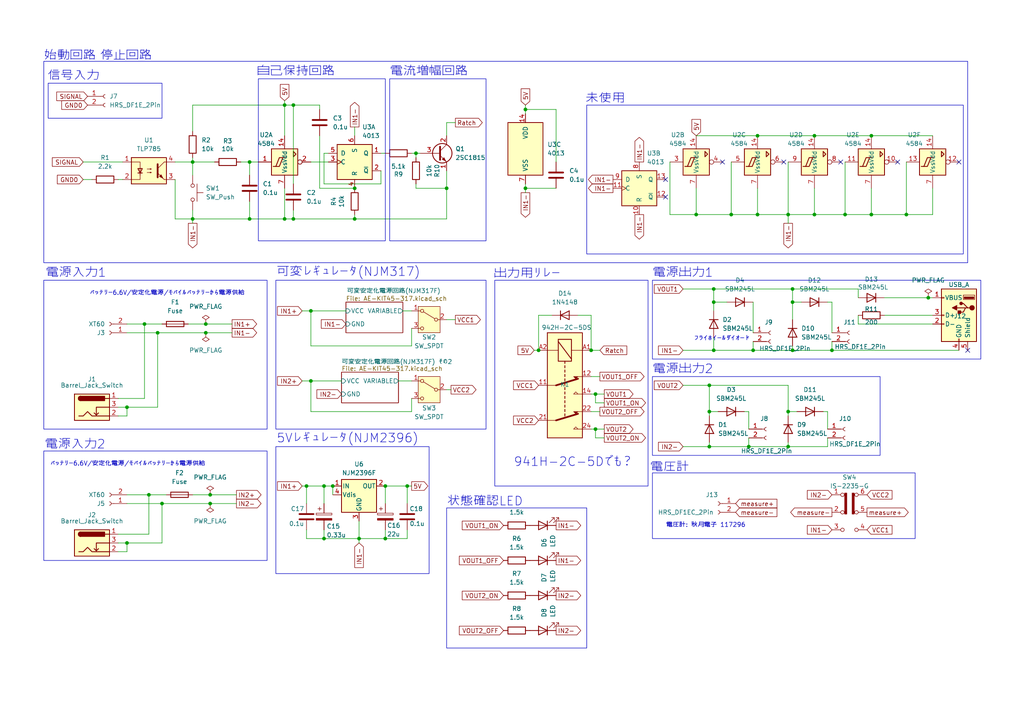
<source format=kicad_sch>
(kicad_sch (version 20231120) (generator "eeschema") (generator_version "8.0")
  (paper "A4")
  (title_block (title "6.6V電源回路") (date "2024-06-29") (comment 1 "LTspice: 電源回路案_5V_1"))
  (lib_symbols
    (symbol "4xxx:4013" (pin_names (offset 1.016))
      (property "Reference" "U" (at -7.62 8.89 0))
      (property "Value" "4013" (at -7.62 -8.89 0))
      (symbol "4013_1_1"
        (pin output line (at 7.62 2.54 180) (length 2.54) (name "Q") (number "1"))
        (pin output line (at 7.62 -2.54 180) (length 2.54) (name "~{Q}") (number "2"))
        (pin input clock (at -7.62 0 0) (length 2.54) (name "C") (number "3"))
        (pin input line (at 0 -7.62 90) (length 2.54) (name "R") (number "4"))
        (pin input line (at -7.62 2.54 0) (length 2.54) (name "D") (number "5"))
        (pin input line (at 0 7.62 270) (length 2.54) (name "S") (number "6"))
      )
      (symbol "4013_2_1"
        (pin input line (at 0 -7.62 90) (length 2.54) (name "R") (number "10"))
        (pin input clock (at -7.62 0 0) (length 2.54) (name "C") (number "11"))
        (pin output line (at 7.62 -2.54 180) (length 2.54) (name "~{Q}") (number "12"))
        (pin output line (at 7.62 2.54 180) (length 2.54) (name "Q") (number "13"))
        (pin input line (at 0 7.62 270) (length 2.54) (name "S") (number "8"))
        (pin input line (at -7.62 2.54 0) (length 2.54) (name "D") (number "9"))
      )
      (symbol "4013_3_0"
        (pin power_in line (at 0 10.16 270) (length 2.54) (name "VDD") (number "14"))
        (pin power_in line (at 0 -10.16 90) (length 2.54) (name "VSS") (number "7"))
      )
    )
    (symbol "4xxx_IEEE:4584"
      (property "Reference" "U" (at 5.08 5.08 0))
      (property "Value" "4584" (at 1.27 -5.08 0))
      (symbol "4584_0_1"
        (pin power_in line (at 0 7.62 270) (length 3.81) (name "Vdd") (number "14"))
        (pin power_in line (at 0 -7.62 90) (length 3.81) (name "Vss") (number "7"))
      )
      (symbol "4584_1_1"
        (pin input line (at -7.62 0 0) (length 3.81) (name "~") (number "1"))
        (pin output inverted (at 7.62 0 180) (length 3.81) (name "~") (number "2"))
      )
      (symbol "4584_2_1"
        (pin input line (at -7.62 0 0) (length 3.81) (name "~") (number "3"))
        (pin output inverted (at 7.62 0 180) (length 3.81) (name "~") (number "4"))
      )
      (symbol "4584_3_1"
        (pin input line (at -7.62 0 0) (length 3.81) (name "~") (number "5"))
        (pin output inverted (at 7.62 0 180) (length 3.81) (name "~") (number "6"))
      )
      (symbol "4584_4_1"
        (pin output inverted (at 7.62 0 180) (length 3.81) (name "~") (number "8"))
        (pin input line (at -7.62 0 0) (length 3.81) (name "~") (number "9"))
      )
      (symbol "4584_5_1"
        (pin output inverted (at 7.62 0 180) (length 3.81) (name "~") (number "10"))
        (pin input line (at -7.62 0 0) (length 3.81) (name "~") (number "11"))
      )
      (symbol "4584_6_1"
        (pin output inverted (at 7.62 0 180) (length 3.81) (name "~") (number "12"))
        (pin input line (at -7.62 0 0) (length 3.81) (name "~") (number "13"))
      )
    )
    (symbol "Connector:Barrel_Jack_Switch" (pin_names hide)
      (property "Reference" "J" (at 0 5.334 0))
      (property "Value" "Barrel_Jack_Switch" (at 0 -5.08 0))
      (symbol "Barrel_Jack_Switch_1_1"
        (pin passive line (at 7.62 2.54 180) (length 2.54) (name "~") (number "1"))
        (pin passive line (at 7.62 -2.54 180) (length 2.54) (name "~") (number "2"))
        (pin passive line (at 7.62 0 180) (length 2.54) (name "~") (number "3"))
      )
    )
    (symbol "Connector:Conn_01x02_Socket" (pin_names (offset 1.016) hide)
      (property "Reference" "J" (at 0 2.54 0))
      (property "Value" "Conn_01x02_Socket" (at 0 -5.08 0))
      (symbol "Conn_01x02_Socket_1_1"
        (pin passive line (at -5.08 0 0) (length 3.81) (name "Pin_1") (number "1"))
        (pin passive line (at -5.08 -2.54 0) (length 3.81) (name "Pin_2") (number "2"))
      )
    )
    (symbol "Connector:USB_A" (pin_names (offset 1.016))
      (property "Reference" "J" (at -5.08 11.43 0))
      (property "Value" "USB_A" (at -5.08 8.89 0))
      (symbol "USB_A_1_1"
        (pin power_in line (at 7.62 5.08 180) (length 2.54) (name "VBUS") (number "1"))
        (pin bidirectional line (at 7.62 -2.54 180) (length 2.54) (name "D-") (number "2"))
        (pin bidirectional line (at 7.62 0 180) (length 2.54) (name "D+") (number "3"))
        (pin power_in line (at 0 -10.16 90) (length 2.54) (name "GND") (number "4"))
        (pin passive line (at -2.54 -10.16 90) (length 2.54) (name "Shield") (number "5"))
      )
    )
    (symbol "Device:C" (pin_numbers hide) (pin_names (offset 0.254))
      (property "Reference" "C" (at 0.635 2.54 0))
      (property "Value" "C" (at 0.635 -2.54 0))
      (symbol "C_1_1"
        (pin passive line (at 0 3.81 270) (length 2.794) (name "~") (number "1"))
        (pin passive line (at 0 -3.81 90) (length 2.794) (name "~") (number "2"))
      )
    )
    (symbol "Device:C_Polarized" (pin_numbers hide) (pin_names (offset 0.254))
      (property "Reference" "C" (at 0.635 2.54 0))
      (property "Value" "C_Polarized" (at 0.635 -2.54 0))
      (symbol "C_Polarized_1_1"
        (pin passive line (at 0 3.81 270) (length 2.794) (name "~") (number "1"))
        (pin passive line (at 0 -3.81 90) (length 2.794) (name "~") (number "2"))
      )
    )
    (symbol "Device:D" (pin_numbers hide) (pin_names (offset 1.016) hide)
      (property "Reference" "D" (at 0 2.54 0))
      (property "Value" "D" (at 0 -2.54 0))
      (symbol "D_1_1"
        (pin passive line (at -3.81 0 0) (length 2.54) (name "K") (number "1"))
        (pin passive line (at 3.81 0 180) (length 2.54) (name "A") (number "2"))
      )
    )
    (symbol "Device:Fuse" (pin_numbers hide) (pin_names (offset 0))
      (property "Reference" "F" (at 2.032 0 90))
      (property "Value" "Fuse" (at -1.905 0 90))
      (symbol "Fuse_1_1"
        (pin passive line (at 0 3.81 270) (length 1.27) (name "~") (number "1"))
        (pin passive line (at 0 -3.81 90) (length 1.27) (name "~") (number "2"))
      )
    )
    (symbol "Device:LED" (pin_numbers hide) (pin_names (offset 1.016) hide)
      (property "Reference" "D" (at 0 2.54 0))
      (property "Value" "LED" (at 0 -2.54 0))
      (symbol "LED_1_1"
        (pin passive line (at -3.81 0 0) (length 2.54) (name "K") (number "1"))
        (pin passive line (at 3.81 0 180) (length 2.54) (name "A") (number "2"))
      )
    )
    (symbol "Device:R" (pin_numbers hide) (pin_names (offset 0))
      (property "Reference" "R" (at 2.032 0 90))
      (property "Value" "R" (at 0 0 90))
      (symbol "R_1_1"
        (pin passive line (at 0 3.81 270) (length 1.27) (name "~") (number "1"))
        (pin passive line (at 0 -3.81 90) (length 1.27) (name "~") (number "2"))
      )
    )
    (symbol "Isolator:TLP785" (pin_names (offset 1.016))
      (property "Reference" "U" (at -5.08 5.08 0))
      (property "Value" "TLP785" (at 0 5.08 0))
      (symbol "TLP785_1_1"
        (pin passive line (at -7.62 2.54 0) (length 2.54) (name "~") (number "1"))
        (pin passive line (at -7.62 -2.54 0) (length 2.54) (name "~") (number "2"))
        (pin passive line (at 7.62 -2.54 180) (length 2.54) (name "~") (number "3"))
        (pin passive line (at 7.62 2.54 180) (length 2.54) (name "~") (number "4"))
      )
    )
    (symbol "Regulator_Linear:KA378R05" (pin_names (offset 0.254))
      (property "Reference" "U" (at -3.81 5.715 0))
      (property "Value" "KA378R05" (at 0 5.715 0))
      (symbol "KA378R05_1_1"
        (pin power_in line (at -7.62 2.54 0) (length 2.54) (name "IN") (number "1"))
        (pin power_out line (at 7.62 2.54 180) (length 2.54) (name "OUT") (number "2"))
        (pin power_in line (at 0 -7.62 90) (length 2.54) (name "GND") (number "3"))
        (pin input line (at -7.62 0 0) (length 2.54) (name "Vdis") (number "4"))
      )
    )
    (symbol "Relay:G2RL-2"
      (property "Reference" "K" (at 16.51 3.81 0))
      (property "Value" "G2RL-2" (at 16.51 1.27 0))
      (symbol "G2RL-2_1_1"
        (pin passive line (at 0 -7.62 90) (length 2.54) (name "~") (number "11"))
        (pin passive line (at -2.54 7.62 270) (length 2.54) (name "~") (number "12"))
        (pin passive line (at 2.54 7.62 270) (length 2.54) (name "~") (number "14"))
        (pin passive line (at 10.16 -7.62 90) (length 2.54) (name "~") (number "21"))
        (pin passive line (at 7.62 7.62 270) (length 2.54) (name "~") (number "22"))
        (pin passive line (at 12.7 7.62 270) (length 2.54) (name "~") (number "24"))
        (pin passive line (at -10.16 7.62 270) (length 2.54) (name "~") (number "A1"))
        (pin passive line (at -10.16 -7.62 90) (length 2.54) (name "~") (number "A2"))
      )
    )
    (symbol "Switch:SW_Push" (pin_numbers hide) (pin_names (offset 1.016) hide)
      (property "Reference" "SW" (at 1.27 2.54 0))
      (property "Value" "SW_Push" (at 0 -1.524 0))
      (symbol "SW_Push_0_1"
        (pin passive line (at -5.08 0 0) (length 2.54) (name "1") (number "1"))
        (pin passive line (at 5.08 0 180) (length 2.54) (name "2") (number "2"))
      )
    )
    (symbol "Switch:SW_SPDT" (pin_names (offset 0) hide)
      (property "Reference" "SW" (at 0 5.08 0))
      (property "Value" "SW_SPDT" (at 0 -5.08 0))
      (symbol "SW_SPDT_1_1"
        (pin passive line (at 5.08 2.54 180) (length 2.54) (name "A") (number "1"))
        (pin passive line (at -5.08 0 0) (length 2.54) (name "B") (number "2"))
        (pin passive line (at 5.08 -2.54 180) (length 2.54) (name "C") (number "3"))
      )
    )
    (symbol "Switch:SW_Slide_DPDT" (pin_names (offset 0) hide)
      (property "Reference" "SW" (at 0 6.858 0))
      (property "Value" "SW_Slide_DPDT" (at 0 -8.128 0))
      (symbol "SW_Slide_DPDT_1_1"
        (pin passive line (at -5.08 5.08 0) (length 2.54) (name "A") (number "1"))
        (pin passive line (at -5.08 0 0) (length 2.54) (name "B") (number "2"))
        (pin passive line (at -5.08 -5.08 0) (length 2.54) (name "C") (number "3"))
        (pin passive line (at 5.08 -5.08 180) (length 2.54) (name "A") (number "4"))
        (pin passive line (at 5.08 0 180) (length 2.54) (name "B") (number "5"))
        (pin passive line (at 5.08 5.08 180) (length 2.54) (name "C") (number "6"))
      )
    )
    (symbol "Transistor_BJT:2SC1815" (pin_names (offset 0) hide)
      (property "Reference" "Q" (at 5.08 1.905 0))
      (property "Value" "2SC1815" (at 5.08 0 0))
      (symbol "2SC1815_1_1"
        (pin passive line (at 2.54 -5.08 90) (length 2.54) (name "E") (number "1"))
        (pin passive line (at 2.54 5.08 270) (length 2.54) (name "C") (number "2"))
        (pin input line (at -5.08 0 0) (length 5.08) (name "B") (number "3"))
      )
    )
    (symbol "power:PWR_FLAG" (power) (pin_numbers hide) (pin_names (offset 0) hide)
      (property "Value" "PWR_FLAG" (at 0 3.81 0))
      (symbol "PWR_FLAG_0_0"
        (pin power_out line (at 0 0 90) (length 0) (name "~") (number "1"))
      )
    )
  )
  (junction (at 85.09 63.5))
  (junction (at 228.6 119.38))
  (junction (at 229.87 101.6))
  (junction (at 207.01 101.6))
  (junction (at 85.09 30.48))
  (junction (at 228.6 62.23))
  (junction (at 60.96 146.05))
  (junction (at 245.11 62.23))
  (junction (at 262.89 62.23))
  (junction (at 205.74 111.76))
  (junction (at 93.98 156.21))
  (junction (at 156.21 101.6))
  (junction (at 88.9 140.97))
  (junction (at 90.17 110.49))
  (junction (at 205.74 129.54))
  (junction (at 172.72 124.46))
  (junction (at 111.76 156.21))
  (junction (at 228.6 129.54))
  (junction (at 36.83 118.11))
  (junction (at 171.45 101.6))
  (junction (at 241.3 101.6))
  (junction (at 60.96 143.51))
  (junction (at 118.11 140.97))
  (junction (at 207.01 83.82))
  (junction (at 229.87 83.82))
  (junction (at 82.55 63.5))
  (junction (at 55.88 46.99))
  (junction (at 201.93 62.23))
  (junction (at 217.17 129.54))
  (junction (at 43.18 143.51))
  (junction (at 229.87 87.63))
  (junction (at 96.52 140.97))
  (junction (at 152.4 31.75))
  (junction (at 120.65 44.45))
  (junction (at 72.39 46.99))
  (junction (at 59.69 93.98))
  (junction (at 236.22 62.23))
  (junction (at 111.76 140.97))
  (junction (at 269.24 86.36))
  (junction (at 152.4 54.61))
  (junction (at 36.83 157.48))
  (junction (at 45.72 96.52))
  (junction (at 129.54 54.61))
  (junction (at 252.73 39.37))
  (junction (at 252.73 62.23))
  (junction (at 41.91 93.98))
  (junction (at 93.98 140.97))
  (junction (at 59.69 96.52))
  (junction (at 102.87 54.61))
  (junction (at 102.87 63.5))
  (junction (at 205.74 119.38))
  (junction (at 172.72 114.3))
  (junction (at 212.09 62.23))
  (junction (at 104.14 156.21))
  (junction (at 72.39 63.5))
  (junction (at 90.17 90.17))
  (junction (at 82.55 30.48))
  (junction (at 236.22 39.37))
  (junction (at 207.01 87.63))
  (junction (at 218.44 101.6))
  (junction (at 55.88 63.5))
  (junction (at 219.71 62.23))
  (junction (at 46.99 146.05))
  (junction (at 219.71 39.37))
  (no_connect (at 280.67 101.6))
  (no_connect (at 193.04 52.07))
  (no_connect (at 260.35 46.99))
  (no_connect (at 243.84 46.99))
  (no_connect (at 278.13 46.99))
  (no_connect (at 193.04 57.15))
  (no_connect (at 227.33 46.99))
  (no_connect (at 209.55 46.99))
  (wire (pts (xy 217.17 127) (xy 217.17 129.54)))
  (wire (pts (xy 59.69 96.52) (xy 67.31 96.52)))
  (wire (pts (xy 87.63 140.97) (xy 88.9 140.97)))
  (wire (pts (xy 219.71 54.61) (xy 219.71 62.23)))
  (wire (pts (xy 194.31 46.99) (xy 194.31 62.23)))
  (wire (pts (xy 152.4 54.61) (xy 161.29 54.61)))
  (wire (pts (xy 88.9 156.21) (xy 93.98 156.21)))
  (wire (pts (xy 85.09 30.48) (xy 92.71 30.48)))
  (wire (pts (xy 120.65 54.61) (xy 129.54 54.61)))
  (wire (pts (xy 93.98 156.21) (xy 104.14 156.21)))
  (wire (pts (xy 207.01 101.6) (xy 218.44 101.6)))
  (wire (pts (xy 82.55 63.5) (xy 85.09 63.5)))
  (wire (pts (xy 111.76 156.21) (xy 118.11 156.21)))
  (wire (pts (xy 156.21 91.44) (xy 160.02 91.44)))
  (wire (pts (xy 55.88 45.72) (xy 55.88 46.99)))
  (wire (pts (xy 72.39 46.99) (xy 72.39 50.8)))
  (wire (pts (xy 198.12 101.6) (xy 207.01 101.6)))
  (wire (pts (xy 240.03 119.38) (xy 240.03 124.46)))
  (wire (pts (xy 111.76 156.21) (xy 111.76 153.67)))
  (wire (pts (xy 218.44 99.06) (xy 218.44 101.6)))
  (wire (pts (xy 129.54 54.61) (xy 129.54 63.5)))
  (wire (pts (xy 132.08 92.71) (xy 129.54 92.71)))
  (wire (pts (xy 55.88 63.5) (xy 55.88 60.96)))
  (wire (pts (xy 217.17 129.54) (xy 228.6 129.54)))
  (wire (pts (xy 85.09 30.48) (xy 85.09 53.34)))
  (wire (pts (xy 248.92 83.82) (xy 248.92 86.36)))
  (wire (pts (xy 36.83 146.05) (xy 46.99 146.05)))
  (wire (pts (xy 60.96 143.51) (xy 68.58 143.51)))
  (wire (pts (xy 24.13 46.99) (xy 35.56 46.99)))
  (wire (pts (xy 93.98 140.97) (xy 93.98 146.05)))
  (wire (pts (xy 88.9 140.97) (xy 88.9 146.05)))
  (wire (pts (xy 229.87 87.63) (xy 232.41 87.63)))
  (wire (pts (xy 55.88 46.99) (xy 55.88 50.8)))
  (wire (pts (xy 102.87 36.83) (xy 102.87 39.37)))
  (wire (pts (xy 115.57 110.49) (xy 119.38 110.49)))
  (wire (pts (xy 118.11 140.97) (xy 118.11 146.05)))
  (wire (pts (xy 55.88 46.99) (xy 62.23 46.99)))
  (wire (pts (xy 172.72 116.84) (xy 175.26 116.84)))
  (wire (pts (xy 252.73 39.37) (xy 270.51 39.37)))
  (wire (pts (xy 45.72 96.52) (xy 45.72 118.11)))
  (wire (pts (xy 36.83 157.48) (xy 46.99 157.48)))
  (wire (pts (xy 55.88 63.5) (xy 72.39 63.5)))
  (wire (pts (xy 92.71 30.48) (xy 92.71 31.75)))
  (wire (pts (xy 104.14 156.21) (xy 111.76 156.21)))
  (wire (pts (xy 41.91 93.98) (xy 41.91 115.57)))
  (wire (pts (xy 50.8 52.07) (xy 50.8 63.5)))
  (wire (pts (xy 212.09 46.99) (xy 212.09 62.23)))
  (wire (pts (xy 198.12 83.82) (xy 207.01 83.82)))
  (wire (pts (xy 36.83 143.51) (xy 43.18 143.51)))
  (wire (pts (xy 161.29 31.75) (xy 161.29 46.99)))
  (wire (pts (xy 229.87 100.33) (xy 229.87 101.6)))
  (wire (pts (xy 228.6 62.23) (xy 236.22 62.23)))
  (wire (pts (xy 198.12 111.76) (xy 205.74 111.76)))
  (wire (pts (xy 34.29 118.11) (xy 36.83 118.11)))
  (wire (pts (xy 90.17 119.38) (xy 119.38 119.38)))
  (wire (pts (xy 41.91 93.98) (xy 46.99 93.98)))
  (wire (pts (xy 171.45 101.6) (xy 173.99 101.6)))
  (wire (pts (xy 34.29 120.65) (xy 36.83 120.65)))
  (wire (pts (xy 171.45 114.3) (xy 172.72 114.3)))
  (wire (pts (xy 167.64 91.44) (xy 171.45 91.44)))
  (wire (pts (xy 217.17 119.38) (xy 217.17 124.46)))
  (wire (pts (xy 205.74 129.54) (xy 217.17 129.54)))
  (wire (pts (xy 236.22 62.23) (xy 245.11 62.23)))
  (wire (pts (xy 96.52 140.97) (xy 93.98 140.97)))
  (wire (pts (xy 96.52 140.97) (xy 96.52 143.51)))
  (wire (pts (xy 36.83 96.52) (xy 45.72 96.52)))
  (wire (pts (xy 171.45 91.44) (xy 171.45 101.6)))
  (wire (pts (xy 262.89 62.23) (xy 270.51 62.23)))
  (wire (pts (xy 85.09 63.5) (xy 102.87 63.5)))
  (wire (pts (xy 245.11 62.23) (xy 252.73 62.23)))
  (wire (pts (xy 119.38 115.57) (xy 119.38 119.38)))
  (wire (pts (xy 93.98 44.45) (xy 95.25 44.45)))
  (wire (pts (xy 120.65 44.45) (xy 121.92 44.45)))
  (wire (pts (xy 228.6 46.99) (xy 228.6 62.23)))
  (wire (pts (xy 240.03 87.63) (xy 241.3 87.63)))
  (wire (pts (xy 236.22 54.61) (xy 236.22 62.23)))
  (wire (pts (xy 152.4 30.48) (xy 152.4 31.75)))
  (wire (pts (xy 82.55 29.21) (xy 82.55 30.48)))
  (wire (pts (xy 50.8 63.5) (xy 55.88 63.5)))
  (wire (pts (xy 72.39 63.5) (xy 82.55 63.5)))
  (wire (pts (xy 205.74 111.76) (xy 228.6 111.76)))
  (wire (pts (xy 90.17 90.17) (xy 100.33 90.17)))
  (wire (pts (xy 229.87 101.6) (xy 241.3 101.6)))
  (wire (pts (xy 152.4 54.61) (xy 152.4 53.34)))
  (wire (pts (xy 152.4 31.75) (xy 161.29 31.75)))
  (wire (pts (xy 240.03 127) (xy 240.03 129.54)))
  (wire (pts (xy 171.45 119.38) (xy 173.99 119.38)))
  (wire (pts (xy 252.73 54.61) (xy 252.73 62.23)))
  (wire (pts (xy 102.87 62.23) (xy 102.87 63.5)))
  (wire (pts (xy 248.92 91.44) (xy 248.92 93.98)))
  (wire (pts (xy 110.49 44.45) (xy 111.76 44.45)))
  (wire (pts (xy 215.9 119.38) (xy 217.17 119.38)))
  (wire (pts (xy 24.13 52.07) (xy 26.67 52.07)))
  (wire (pts (xy 88.9 140.97) (xy 93.98 140.97)))
  (wire (pts (xy 116.84 90.17) (xy 119.38 90.17)))
  (wire (pts (xy 172.72 127) (xy 175.26 127)))
  (wire (pts (xy 238.76 119.38) (xy 240.03 119.38)))
  (wire (pts (xy 102.87 63.5) (xy 129.54 63.5)))
  (wire (pts (xy 118.11 153.67) (xy 118.11 156.21)))
  (wire (pts (xy 93.98 44.45) (xy 93.98 53.34)))
  (wire (pts (xy 110.49 49.53) (xy 110.49 53.34)))
  (wire (pts (xy 90.17 110.49) (xy 90.17 119.38)))
  (wire (pts (xy 219.71 39.37) (xy 236.22 39.37)))
  (wire (pts (xy 34.29 154.94) (xy 43.18 154.94)))
  (wire (pts (xy 74.93 46.99) (xy 72.39 46.99)))
  (wire (pts (xy 207.01 87.63) (xy 210.82 87.63)))
  (wire (pts (xy 194.31 62.23) (xy 201.93 62.23)))
  (wire (pts (xy 207.01 83.82) (xy 229.87 83.82)))
  (wire (pts (xy 218.44 87.63) (xy 218.44 96.52)))
  (wire (pts (xy 241.3 101.6) (xy 278.13 101.6)))
  (wire (pts (xy 87.63 110.49) (xy 90.17 110.49)))
  (wire (pts (xy 172.72 114.3) (xy 175.26 114.3)))
  (wire (pts (xy 228.6 128.27) (xy 228.6 129.54)))
  (wire (pts (xy 198.12 129.54) (xy 205.74 129.54)))
  (wire (pts (xy 172.72 124.46) (xy 172.72 127)))
  (wire (pts (xy 59.69 93.98) (xy 54.61 93.98)))
  (wire (pts (xy 207.01 87.63) (xy 207.01 90.17)))
  (wire (pts (xy 219.71 62.23) (xy 228.6 62.23)))
  (wire (pts (xy 104.14 156.21) (xy 104.14 157.48)))
  (wire (pts (xy 43.18 143.51) (xy 48.26 143.51)))
  (wire (pts (xy 270.51 91.44) (xy 256.54 91.44)))
  (wire (pts (xy 46.99 146.05) (xy 60.96 146.05)))
  (wire (pts (xy 34.29 52.07) (xy 35.56 52.07)))
  (wire (pts (xy 205.74 120.65) (xy 205.74 119.38)))
  (wire (pts (xy 34.29 157.48) (xy 36.83 157.48)))
  (wire (pts (xy 205.74 119.38) (xy 208.28 119.38)))
  (wire (pts (xy 119.38 44.45) (xy 120.65 44.45)))
  (wire (pts (xy 45.72 96.52) (xy 59.69 96.52)))
  (wire (pts (xy 172.72 114.3) (xy 172.72 116.84)))
  (wire (pts (xy 36.83 157.48) (xy 36.83 160.02)))
  (wire (pts (xy 207.01 97.79) (xy 207.01 101.6)))
  (wire (pts (xy 72.39 46.99) (xy 69.85 46.99)))
  (wire (pts (xy 270.51 54.61) (xy 270.51 62.23)))
  (wire (pts (xy 46.99 146.05) (xy 46.99 157.48)))
  (wire (pts (xy 205.74 111.76) (xy 205.74 119.38)))
  (wire (pts (xy 207.01 83.82) (xy 207.01 87.63)))
  (wire (pts (xy 241.3 87.63) (xy 241.3 96.52)))
  (wire (pts (xy 172.72 124.46) (xy 175.26 124.46)))
  (wire (pts (xy 92.71 39.37) (xy 92.71 54.61)))
  (wire (pts (xy 90.17 46.99) (xy 95.25 46.99)))
  (wire (pts (xy 241.3 99.06) (xy 241.3 101.6)))
  (wire (pts (xy 34.29 115.57) (xy 41.91 115.57)))
  (wire (pts (xy 90.17 100.33) (xy 119.38 100.33)))
  (wire (pts (xy 36.83 93.98) (xy 41.91 93.98)))
  (wire (pts (xy 228.6 62.23) (xy 228.6 64.77)))
  (wire (pts (xy 228.6 119.38) (xy 228.6 120.65)))
  (wire (pts (xy 59.69 93.98) (xy 67.31 93.98)))
  (wire (pts (xy 93.98 156.21) (xy 93.98 153.67)))
  (wire (pts (xy 269.24 86.36) (xy 270.51 86.36)))
  (wire (pts (xy 36.83 118.11) (xy 45.72 118.11)))
  (wire (pts (xy 119.38 95.25) (xy 119.38 100.33)))
  (wire (pts (xy 55.88 63.5) (xy 55.88 64.77)))
  (wire (pts (xy 93.98 53.34) (xy 110.49 53.34)))
  (wire (pts (xy 229.87 87.63) (xy 229.87 92.71)))
  (wire (pts (xy 201.93 39.37) (xy 219.71 39.37)))
  (wire (pts (xy 85.09 60.96) (xy 85.09 63.5)))
  (wire (pts (xy 82.55 30.48) (xy 82.55 39.37)))
  (wire (pts (xy 218.44 101.6) (xy 229.87 101.6)))
  (wire (pts (xy 228.6 119.38) (xy 231.14 119.38)))
  (wire (pts (xy 118.11 140.97) (xy 111.76 140.97)))
  (wire (pts (xy 88.9 153.67) (xy 88.9 156.21)))
  (wire (pts (xy 43.18 143.51) (xy 43.18 154.94)))
  (wire (pts (xy 248.92 93.98) (xy 270.51 93.98)))
  (wire (pts (xy 129.54 49.53) (xy 129.54 54.61)))
  (wire (pts (xy 156.21 91.44) (xy 156.21 101.6)))
  (wire (pts (xy 212.09 62.23) (xy 219.71 62.23)))
  (wire (pts (xy 92.71 54.61) (xy 102.87 54.61)))
  (wire (pts (xy 82.55 54.61) (xy 82.55 63.5)))
  (wire (pts (xy 60.96 146.05) (xy 68.58 146.05)))
  (wire (pts (xy 201.93 54.61) (xy 201.93 62.23)))
  (wire (pts (xy 72.39 58.42) (xy 72.39 63.5)))
  (wire (pts (xy 87.63 90.17) (xy 90.17 90.17)))
  (wire (pts (xy 229.87 83.82) (xy 229.87 87.63)))
  (wire (pts (xy 120.65 53.34) (xy 120.65 54.61)))
  (wire (pts (xy 129.54 35.56) (xy 132.08 35.56)))
  (wire (pts (xy 152.4 55.88) (xy 152.4 54.61)))
  (wire (pts (xy 228.6 129.54) (xy 240.03 129.54)))
  (wire (pts (xy 236.22 39.37) (xy 252.73 39.37)))
  (wire (pts (xy 154.94 101.6) (xy 156.21 101.6)))
  (wire (pts (xy 104.14 151.13) (xy 104.14 156.21)))
  (wire (pts (xy 55.88 30.48) (xy 55.88 38.1)))
  (wire (pts (xy 129.54 35.56) (xy 129.54 39.37)))
  (wire (pts (xy 90.17 90.17) (xy 90.17 100.33)))
  (wire (pts (xy 90.17 110.49) (xy 99.06 110.49)))
  (wire (pts (xy 60.96 143.51) (xy 55.88 143.51)))
  (wire (pts (xy 55.88 30.48) (xy 82.55 30.48)))
  (wire (pts (xy 201.93 62.23) (xy 212.09 62.23)))
  (wire (pts (xy 205.74 128.27) (xy 205.74 129.54)))
  (wire (pts (xy 36.83 118.11) (xy 36.83 120.65)))
  (wire (pts (xy 262.89 46.99) (xy 262.89 62.23)))
  (wire (pts (xy 245.11 46.99) (xy 245.11 62.23)))
  (wire (pts (xy 120.65 44.45) (xy 120.65 45.72)))
  (wire (pts (xy 82.55 30.48) (xy 85.09 30.48)))
  (wire (pts (xy 152.4 31.75) (xy 152.4 33.02)))
  (wire (pts (xy 171.45 124.46) (xy 172.72 124.46)))
  (wire (pts (xy 171.45 109.22) (xy 173.99 109.22)))
  (wire (pts (xy 252.73 62.23) (xy 262.89 62.23)))
  (wire (pts (xy 256.54 86.36) (xy 269.24 86.36)))
  (wire (pts (xy 50.8 46.99) (xy 55.88 46.99)))
  (wire (pts (xy 228.6 111.76) (xy 228.6 119.38)))
  (wire (pts (xy 111.76 140.97) (xy 111.76 146.05)))
  (wire (pts (xy 34.29 160.02) (xy 36.83 160.02)))
  (wire (pts (xy 130.81 113.03) (xy 129.54 113.03)))
  (wire (pts (xy 119.38 140.97) (xy 118.11 140.97)))
  (wire (pts (xy 229.87 83.82) (xy 248.92 83.82)))
  (rectangle (start 189.23 109.22) (end 255.27 132.08))
  (rectangle (start 12.7 130.81) (end 77.47 162.56))
  (rectangle (start 129.54 147.32) (end 170.18 187.96))
  (rectangle (start 143.51 81.28) (end 187.96 140.97))
  (rectangle (start 80.01 129.54) (end 124.46 166.37))
  (rectangle (start 80.01 81.28) (end 140.97 124.46))
  (rectangle (start 189.23 81.28) (end 284.48 104.14))
  (rectangle (start 113.03 22.86) (end 140.97 69.85))
  (rectangle (start 189.23 137.16) (end 265.43 156.21))
  (rectangle (start 12.7 81.28) (end 77.47 124.46))
  (rectangle (start 12.7 17.78) (end 280.67 76.2))
  (rectangle (start 170.18 30.48) (end 279.4 73.66))
  (rectangle (start 13.97 24.13) (end 46.99 34.29))
  (rectangle (start 74.93 22.86) (end 111.76 69.85))
  (text "未使用" (at 175.514 28.702 0) (effects (font (size 2.54 2.54))))
  (text "状態確認LED" (at 140.716 145.542 0) (effects (font (size 2.54 2.54))))
  (text "出力用リレー" (at 152.908 79.502 0) (effects (font (size 2.54 2.54))))
  (text "941H-2C-5Dでも？" (at 166.116 134.112 0) (effects (font (size 2.54 2.54))))
  (text "停止回路" (at 36.576 16.256 0) (effects (font (size 2.54 2.54))))
  (text "5Vレギュレータ(NJM2396)" (at 100.838 127.254 0) (effects (font (size 2.54 2.54))))
  (text "可変レギュレータ(NJM317)" (at 101.092 78.994 0) (effects (font (size 2.54 2.54))))
  (text "バッテリー6.6V/安定化電源/モバイルバッテリーから電源供給" (at 48.514 85.09 0) (effects (font (size 1.27 1.27))))
  (text "電源出力1\n" (at 198.12 79.248 0) (effects (font (size 2.54 2.54))))
  (text "電流増幅回路" (at 124.46 20.828 0) (effects (font (size 2.54 2.54))))
  (text "電源入力2" (at 21.844 129.032 0) (effects (font (size 2.54 2.54))))
  (text "信号入力" (at 21.336 22.098 0) (effects (font (size 2.54 2.54))))
  (text "始動回路" (at 20.32 16.256 0) (effects (font (size 2.54 2.54))))
  (text "フライホイールダイオード" (at 209.296 98.298 0) (effects (font (size 1.27 1.27))))
  (text "電圧計: 秋月電子 117296" (at 204.724 152.4 0) (effects (font (size 1.27 1.27))))
  (text "自己保持回路" (at 85.852 20.828 0) (effects (font (size 2.54 2.54))))
  (text "電圧計" (at 194.31 135.636 0) (effects (font (size 2.54 2.54))))
  (text "電源出力2\n" (at 198.12 107.188 0) (effects (font (size 2.54 2.54))))
  (text "電源入力1" (at 22.098 79.248 0) (effects (font (size 2.54 2.54))))
  (text "バッテリー6.6V/安定化電源/モバイルバッテリーから電源供給" (at 37.084 134.62 0) (effects (font (size 1.27 1.27))))
  (global_label "IN1-" (shape input) (at 104.14 157.48 270) (property "Intersheetrefs" "${INTERSHEET_REFS}" (effects (hide yes))))
  (global_label "IN1-" (shape output) (at 161.29 152.4 0) (property "Intersheetrefs" "${INTERSHEET_REFS}" (effects (hide yes))))
  (global_label "IN1-" (shape output) (at 185.42 46.99 90) (property "Intersheetrefs" "${INTERSHEET_REFS}" (effects (hide yes))))
  (global_label "IN1-" (shape output) (at 228.6 64.77 270) (property "Intersheetrefs" "${INTERSHEET_REFS}" (effects (hide yes))))
  (global_label "IN1-" (shape output) (at 177.8 52.07 180) (property "Intersheetrefs" "${INTERSHEET_REFS}" (effects (hide yes))))
  (global_label "VOUT1" (shape output) (at 175.26 114.3 0) (property "Intersheetrefs" "${INTERSHEET_REFS}" (effects (hide yes))))
  (global_label "VOUT2_OFF" (shape output) (at 173.99 119.38 0) (property "Intersheetrefs" "${INTERSHEET_REFS}" (effects (hide yes))))
  (global_label "Ratch" (shape output) (at 132.08 35.56 0) (property "Intersheetrefs" "${INTERSHEET_REFS}" (effects (hide yes))))
  (global_label "GND0" (shape input) (at 24.13 52.07 180) (property "Intersheetrefs" "${INTERSHEET_REFS}" (effects (hide yes))))
  (global_label "IN1+" (shape input) (at 87.63 90.17 180) (property "Intersheetrefs" "${INTERSHEET_REFS}" (effects (hide yes))))
  (global_label "5V" (shape input) (at 82.55 29.21 90) (property "Intersheetrefs" "${INTERSHEET_REFS}" (effects (hide yes))))
  (global_label "IN2+" (shape input) (at 87.63 110.49 180) (property "Intersheetrefs" "${INTERSHEET_REFS}" (effects (hide yes))))
  (global_label "IN2-" (shape input) (at 198.12 129.54 180) (property "Intersheetrefs" "${INTERSHEET_REFS}" (effects (hide yes))))
  (global_label "IN2-" (shape output) (at 68.58 146.05 0) (property "Intersheetrefs" "${INTERSHEET_REFS}" (effects (hide yes))))
  (global_label "measure+" (shape input) (at 213.36 146.05 0) (property "Intersheetrefs" "${INTERSHEET_REFS}" (effects (hide yes))))
  (global_label "VCC2" (shape input) (at 251.46 143.51 0) (property "Intersheetrefs" "${INTERSHEET_REFS}" (effects (hide yes))))
  (global_label "VCC1" (shape input) (at 251.46 153.67 0) (property "Intersheetrefs" "${INTERSHEET_REFS}" (effects (hide yes))))
  (global_label "VCC1" (shape input) (at 156.21 111.76 180) (property "Intersheetrefs" "${INTERSHEET_REFS}" (effects (hide yes))))
  (global_label "5V" (shape output) (at 119.38 140.97 0) (property "Intersheetrefs" "${INTERSHEET_REFS}" (effects (hide yes))))
  (global_label "IN1-" (shape input) (at 198.12 101.6 180) (property "Intersheetrefs" "${INTERSHEET_REFS}" (effects (hide yes))))
  (global_label "VOUT2" (shape input) (at 198.12 111.76 180) (property "Intersheetrefs" "${INTERSHEET_REFS}" (effects (hide yes))))
  (global_label "VCC2" (shape input) (at 156.21 121.92 180) (property "Intersheetrefs" "${INTERSHEET_REFS}" (effects (hide yes))))
  (global_label "IN1-" (shape output) (at 152.4 55.88 270) (property "Intersheetrefs" "${INTERSHEET_REFS}" (effects (hide yes))))
  (global_label "5V" (shape input) (at 201.93 39.37 90) (property "Intersheetrefs" "${INTERSHEET_REFS}" (effects (hide yes))))
  (global_label "measure-" (shape input) (at 213.36 148.59 0) (property "Intersheetrefs" "${INTERSHEET_REFS}" (effects (hide yes))))
  (global_label "IN1-" (shape input) (at 241.3 153.67 180) (property "Intersheetrefs" "${INTERSHEET_REFS}" (effects (hide yes))))
  (global_label "IN1-" (shape output) (at 55.88 64.77 270) (property "Intersheetrefs" "${INTERSHEET_REFS}" (effects (hide yes))))
  (global_label "VOUT2" (shape output) (at 175.26 124.46 0) (property "Intersheetrefs" "${INTERSHEET_REFS}" (effects (hide yes))))
  (global_label "VOUT1_OFF" (shape input) (at 146.05 162.56 180) (property "Intersheetrefs" "${INTERSHEET_REFS}" (effects (hide yes))))
  (global_label "IN1-" (shape input) (at 100.33 93.98 180) (property "Intersheetrefs" "${INTERSHEET_REFS}" (effects (hide yes))))
  (global_label "VOUT1_OFF" (shape output) (at 173.99 109.22 0) (property "Intersheetrefs" "${INTERSHEET_REFS}" (effects (hide yes))))
  (global_label "IN1-" (shape output) (at 161.29 162.56 0) (property "Intersheetrefs" "${INTERSHEET_REFS}" (effects (hide yes))))
  (global_label "VCC2" (shape output) (at 130.81 113.03 0) (property "Intersheetrefs" "${INTERSHEET_REFS}" (effects (hide yes))))
  (global_label "5V" (shape input) (at 152.4 30.48 90) (property "Intersheetrefs" "${INTERSHEET_REFS}" (effects (hide yes))))
  (global_label "IN1+" (shape output) (at 67.31 93.98 0) (property "Intersheetrefs" "${INTERSHEET_REFS}" (effects (hide yes))))
  (global_label "VCC1" (shape output) (at 132.08 92.71 0) (property "Intersheetrefs" "${INTERSHEET_REFS}" (effects (hide yes))))
  (global_label "Ratch" (shape input) (at 173.99 101.6 0) (property "Intersheetrefs" "${INTERSHEET_REFS}" (effects (hide yes))))
  (global_label "IN1-" (shape output) (at 185.42 62.23 270) (property "Intersheetrefs" "${INTERSHEET_REFS}" (effects (hide yes))))
  (global_label "VOUT1_ON" (shape input) (at 146.05 152.4 180) (property "Intersheetrefs" "${INTERSHEET_REFS}" (effects (hide yes))))
  (global_label "IN1+" (shape input) (at 87.63 140.97 180) (property "Intersheetrefs" "${INTERSHEET_REFS}" (effects (hide yes))))
  (global_label "VOUT2_ON" (shape input) (at 146.05 172.72 180) (property "Intersheetrefs" "${INTERSHEET_REFS}" (effects (hide yes))))
  (global_label "VOUT2_OFF" (shape input) (at 146.05 182.88 180) (property "Intersheetrefs" "${INTERSHEET_REFS}" (effects (hide yes))))
  (global_label "VOUT2_ON" (shape output) (at 175.26 127 0) (property "Intersheetrefs" "${INTERSHEET_REFS}" (effects (hide yes))))
  (global_label "VOUT1_ON" (shape output) (at 175.26 116.84 0) (property "Intersheetrefs" "${INTERSHEET_REFS}" (effects (hide yes))))
  (global_label "IN1-" (shape output) (at 67.31 96.52 0) (property "Intersheetrefs" "${INTERSHEET_REFS}" (effects (hide yes))))
  (global_label "measure-" (shape output) (at 241.3 148.59 180) (property "Intersheetrefs" "${INTERSHEET_REFS}" (effects (hide yes))))
  (global_label "IN2-" (shape input) (at 99.06 114.3 180) (property "Intersheetrefs" "${INTERSHEET_REFS}" (effects (hide yes))))
  (global_label "VOUT1" (shape input) (at 198.12 83.82 180) (property "Intersheetrefs" "${INTERSHEET_REFS}" (effects (hide yes))))
  (global_label "IN2+" (shape output) (at 68.58 143.51 0) (property "Intersheetrefs" "${INTERSHEET_REFS}" (effects (hide yes))))
  (global_label "IN2-" (shape output) (at 161.29 182.88 0) (property "Intersheetrefs" "${INTERSHEET_REFS}" (effects (hide yes))))
  (global_label "IN1-" (shape output) (at 177.8 54.61 180) (property "Intersheetrefs" "${INTERSHEET_REFS}" (effects (hide yes))))
  (global_label "GND0" (shape input) (at 25.4 30.48 180) (property "Intersheetrefs" "${INTERSHEET_REFS}" (effects (hide yes))))
  (global_label "IN2-" (shape output) (at 161.29 172.72 0) (property "Intersheetrefs" "${INTERSHEET_REFS}" (effects (hide yes))))
  (global_label "SIGNAL" (shape input) (at 25.4 27.94 180) (property "Intersheetrefs" "${INTERSHEET_REFS}" (effects (hide yes))))
  (global_label "IN1-" (shape output) (at 102.87 36.83 90) (property "Intersheetrefs" "${INTERSHEET_REFS}" (effects (hide yes))))
  (global_label "5V" (shape input) (at 154.94 101.6 180) (property "Intersheetrefs" "${INTERSHEET_REFS}" (effects (hide yes))))
  (global_label "IN2-" (shape input) (at 241.3 143.51 180) (property "Intersheetrefs" "${INTERSHEET_REFS}" (effects (hide yes))))
  (global_label "measure+" (shape output) (at 251.46 148.59 0) (property "Intersheetrefs" "${INTERSHEET_REFS}" (effects (hide yes))))
  (global_label "SIGNAL" (shape input) (at 24.13 46.99 180) (property "Intersheetrefs" "${INTERSHEET_REFS}" (effects (hide yes))))
  (symbol (lib_id "Device:R") (at 149.86 172.72 270) (unit 1)
    (property "Reference" "R7" (at 149.86 166.37 90))
    (property "Value" "1.5k" (at 149.86 168.91 90))
    (property "Footprint" "Resistor_THT:R_Axial_DIN0207_L6.3mm_D2.5mm_P2.54mm_Vertical" (effects (hide yes)))
    (property "Description" "Resistor" (effects (hide yes)))
  )
  (symbol (lib_id "4xxx_IEEE:4584") (at 201.93 46.99 0) (unit 2)
    (property "Reference" "U2" (at 196.596 39.116 0))
    (property "Value" "4584" (at 196.596 41.656 0))
    (property "Footprint" "Package_DIP:DIP-14_W7.62mm_Socket" (effects (hide yes)))
  )
  (symbol (lib_id "Device:R") (at 115.57 44.45 270) (unit 1)
    (property "Reference" "R9" (at 115.57 50.546 90))
    (property "Value" "5.1k" (at 115.57 48.26 90))
    (property "Footprint" "Resistor_THT:R_Axial_DIN0207_L6.3mm_D2.5mm_P2.54mm_Vertical" (effects (hide yes)))
    (property "Description" "Resistor" (effects (hide yes)))
  )
  (symbol (lib_id "Device:R") (at 149.86 182.88 270) (unit 1)
    (property "Reference" "R8" (at 149.86 176.53 90))
    (property "Value" "1.5k" (at 149.86 179.07 90))
    (property "Footprint" "Resistor_THT:R_Axial_DIN0207_L6.3mm_D2.5mm_P2.54mm_Vertical" (effects (hide yes)))
    (property "Description" "Resistor" (effects (hide yes)))
  )
  (symbol (lib_id "Device:D") (at 205.74 124.46 270) (unit 1)
    (property "Reference" "D1" (at 208.28 123.1899 90) (effects (justify left)))
    (property "Value" "SBM245L" (at 208.28 125.7299 90) (effects (justify left)))
    (property "Footprint" "Diode_THT:D_DO-41_SOD81_P2.54mm_Vertical_KathodeUp" (effects (hide yes)))
    (property "Description" "Diode" (effects (hide yes)))
    (property "Sim.Device" "D" (effects (hide yes)))
    (property "Sim.Pins" "1=K 2=A" (effects (hide yes)))
  )
  (symbol (lib_id "Switch:SW_Slide_DPDT") (at 246.38 148.59 0) (unit 1)
    (property "Reference" "SW4" (at 246.38 138.43 0))
    (property "Value" "IS-2235-G" (at 246.38 140.97 0))
    (property "Footprint" "MyFoot:IS-2235-G" (effects (hide yes)))
    (property "Description" "Slide Switch, dual pole double throw" (effects (hide yes)))
  )
  (symbol (lib_id "4xxx:4013") (at 185.42 54.61 0) (unit 2)
    (property "Reference" "U3" (at 187.6141 44.45 0) (effects (justify left)))
    (property "Value" "4013" (at 187.6141 46.99 0) (effects (justify left)))
    (property "Footprint" "Package_DIP:DIP-14_W7.62mm_Socket" (effects (hide yes)))
    (property "Datasheet" "http://www.onsemi.com/pub/Collateral/MC14013B-D.PDF" (effects (hide yes)))
    (property "Description" "Dual D  FlipFlop, Set & reset" (effects (hide yes)))
  )
  (symbol (lib_id "Device:LED") (at 157.48 152.4 180) (unit 1)
    (property "Reference" "D5" (effects (hide yes)))
    (property "Value" "LED" (effects (hide yes)))
    (property "Footprint" "LED_THT:LED_D3.0mm" (effects (hide yes)))
    (property "Description" "Light emitting diode" (effects (hide yes)))
  )
  (symbol (lib_id "Device:R") (at 252.73 91.44 90) (unit 1)
    (property "Reference" "R11" (at 252.73 89.662 90))
    (property "Value" "200" (at 252.73 93.472 90))
    (property "Footprint" "Resistor_THT:R_Axial_DIN0207_L6.3mm_D2.5mm_P2.54mm_Vertical" (effects (hide yes)))
    (property "Description" "Resistor" (effects (hide yes)))
  )
  (symbol (lib_id "Connector:Barrel_Jack_Switch") (at 26.67 118.11 0) (unit 1)
    (property "Reference" "J1" (at 26.67 109.982 0))
    (property "Value" "Barrel_Jack_Switch" (at 26.67 111.76 0))
    (property "Footprint" "MyFoot:BarrelJack_GCT_DCJ200-10-A_Horizontal" (effects (hide yes)))
    (property "Description" "DC Barrel Jack with an internal switch" (effects (hide yes)))
  )
  (symbol (lib_id "Device:R") (at 149.86 152.4 270) (unit 1)
    (property "Reference" "R5" (effects (hide yes)))
    (property "Value" "1.5k" (at 149.86 148.59 90))
    (property "Footprint" "Resistor_THT:R_Axial_DIN0207_L6.3mm_D2.5mm_P2.54mm_Vertical" (effects (hide yes)))
    (property "Description" "Resistor" (effects (hide yes)))
  )
  (symbol (lib_id "Device:R") (at 149.86 162.56 270) (unit 1)
    (property "Reference" "R6" (at 149.86 156.21 90))
    (property "Value" "1.5k" (at 149.86 158.75 90))
    (property "Footprint" "Resistor_THT:R_Axial_DIN0207_L6.3mm_D2.5mm_P2.54mm_Vertical" (effects (hide yes)))
    (property "Description" "Resistor" (effects (hide yes)))
  )
  (symbol (lib_id "Connector:Conn_01x02_Socket") (at 222.25 124.46 0) (unit 1)
    (property "Reference" "J8" (at 220.472 121.412 0) (effects (justify left)))
    (property "Value" "HRS_DF1E_2Pin" (at 214.884 130.81 0) (effects (justify left)))
    (property "Footprint" "MyFoot:DF1E-2P-2.5DS" (effects (hide yes)))
    (property "Description" "Generic connector, single row, 01x02, script generated" (effects (hide yes)))
  )
  (symbol (lib_id "Connector:Conn_01x02_Socket") (at 245.11 124.46 0) (unit 1)
    (property "Reference" "J10" (at 243.332 121.412 0) (effects (justify left)))
    (property "Value" "HRS_DF1E_2Pin" (at 240.538 128.778 0) (effects (justify left)))
    (property "Footprint" "MyFoot:DF1E-2P-2.5DS" (effects (hide yes)))
    (property "Description" "Generic connector, single row, 01x02, script generated" (effects (hide yes)))
  )
  (symbol (lib_id "Device:Fuse") (at 52.07 143.51 270) (mirror x) (unit 1)
    (property "Reference" "F2" (at 52.07 137.16 90))
    (property "Value" "Fuse" (at 52.07 139.7 90))
    (property "Footprint" "MyFoot:FUC-03A" (effects (hide yes)))
    (property "Description" "Fuse" (effects (hide yes)))
  )
  (symbol (lib_id "Connector:Conn_01x02_Socket") (at 223.52 96.52 0) (unit 1)
    (property "Reference" "J9" (at 221.742 93.472 0) (effects (justify left)))
    (property "Value" "HRS_DF1E_2Pin" (at 220.218 101.092 0) (effects (justify left)))
    (property "Footprint" "MyFoot:DF1E-2P-2.5DS" (effects (hide yes)))
    (property "Description" "Generic connector, single row, 01x02, script generated" (effects (hide yes)))
  )
  (symbol (lib_id "power:PWR_FLAG") (at 59.69 93.98 0) (mirror y) (unit 1)
    (property "Reference" "#FLG01" (effects (hide yes)))
    (property "Value" "PWR_FLAG" (at 59.69 88.9 0))
    (property "Description" "Special symbol for telling ERC where power comes from" (effects (hide yes)))
  )
  (symbol (lib_id "Device:D") (at 228.6 124.46 270) (unit 1)
    (property "Reference" "D9" (at 231.14 123.1899 90) (effects (justify left)))
    (property "Value" "SBM245L" (at 231.14 125.7299 90) (effects (justify left)))
    (property "Footprint" "Diode_THT:D_DO-41_SOD81_P2.54mm_Vertical_KathodeUp" (effects (hide yes)))
    (property "Description" "Diode" (effects (hide yes)))
    (property "Sim.Device" "D" (effects (hide yes)))
    (property "Sim.Pins" "1=K 2=A" (effects (hide yes)))
  )
  (symbol (lib_id "Relay:G2RL-2") (at 163.83 111.76 270) (unit 1)
    (property "Reference" "K1" (at 163.83 111.506 90))
    (property "Value" "942H-2C-5DS" (at 164.338 94.996 90))
    (property "Footprint" "Relay_THT:Relay_DPDT_Omron_G2RL-2" (effects (hide yes)))
    (property "Datasheet" "https://omronfs.omron.com/en_US/ecb/products/pdf/en-g2rl.pdf" (effects (hide yes)))
    (property "Description" "General Purpose Low Profile Relay DPDT Through Hole, Omron G2RL series, 8A 250VAC" (effects (hide yes)))
  )
  (symbol (lib_id "Device:D") (at 234.95 119.38 180) (unit 1)
    (property "Reference" "D11" (at 234.95 113.03 0))
    (property "Value" "SBM245L" (at 234.95 115.57 0))
    (property "Footprint" "Diode_THT:D_DO-41_SOD81_P2.54mm_Vertical_KathodeUp" (effects (hide yes)))
    (property "Description" "Diode" (effects (hide yes)))
    (property "Sim.Device" "D" (effects (hide yes)))
    (property "Sim.Pins" "1=K 2=A" (effects (hide yes)))
  )
  (symbol (lib_id "Device:R") (at 55.88 41.91 180) (unit 1)
    (property "Reference" "R2" (at 58.42 40.6399 0) (effects (justify right)))
    (property "Value" "10k" (at 58.42 43.1799 0) (effects (justify right)))
    (property "Footprint" "Resistor_THT:R_Axial_DIN0207_L6.3mm_D2.5mm_P2.54mm_Vertical" (effects (hide yes)))
    (property "Description" "Resistor" (effects (hide yes)))
  )
  (symbol (lib_id "Device:C") (at 92.71 35.56 0) (unit 1)
    (property "Reference" "C3" (at 96.52 34.2899 0) (effects (justify left)))
    (property "Value" "0.1u" (at 96.52 36.8299 0) (effects (justify left)))
    (property "Footprint" "Capacitor_THT:C_Disc_D5.0mm_W2.5mm_P2.50mm" (effects (hide yes)))
    (property "Description" "Unpolarized capacitor" (effects (hide yes)))
  )
  (symbol (lib_id "Device:D") (at 214.63 87.63 180) (unit 1)
    (property "Reference" "D4" (at 214.63 81.28 0))
    (property "Value" "SBM245L" (at 214.63 83.82 0))
    (property "Footprint" "Diode_THT:D_DO-41_SOD81_P2.54mm_Vertical_KathodeUp" (effects (hide yes)))
    (property "Description" "Diode" (effects (hide yes)))
    (property "Sim.Device" "D" (effects (hide yes)))
    (property "Sim.Pins" "1=K 2=A" (effects (hide yes)))
  )
  (symbol (lib_id "Transistor_BJT:2SC1815") (at 127 44.45 0) (unit 1)
    (property "Reference" "Q1" (at 132.08 43.1799 0) (effects (justify left)))
    (property "Value" "2SC1815" (at 132.08 45.7199 0) (effects (justify left)))
    (property "Footprint" "Package_TO_SOT_THT:TO-92_Inline" (effects (hide yes)))
    (property "Datasheet" "https://media.digikey.com/pdf/Data%20Sheets/Toshiba%20PDFs/2SC1815.pdf" (effects (hide yes)))
    (property "Description" "0.15A Ic, 50V Vce, Low Noise Audio NPN Transistor, TO-92" (effects (hide yes)))
  )
  (symbol (lib_id "Device:D") (at 207.01 93.98 270) (unit 1)
    (property "Reference" "D2" (at 209.55 92.7099 90) (effects (justify left)))
    (property "Value" "SBM245L" (at 209.55 95.2499 90) (effects (justify left)))
    (property "Footprint" "Diode_THT:D_DO-41_SOD81_P2.54mm_Vertical_KathodeUp" (effects (hide yes)))
    (property "Description" "Diode" (effects (hide yes)))
    (property "Sim.Device" "D" (effects (hide yes)))
    (property "Sim.Pins" "1=K 2=A" (effects (hide yes)))
  )
  (symbol (lib_id "Device:D") (at 163.83 91.44 0) (unit 1)
    (property "Reference" "D14" (at 163.83 85.09 0))
    (property "Value" "1N4148" (at 163.83 87.63 0))
    (property "Footprint" "Diode_THT:D_DO-35_SOD27_P2.54mm_Vertical_KathodeUp" (effects (hide yes)))
    (property "Description" "Diode" (effects (hide yes)))
    (property "Sim.Device" "D" (effects (hide yes)))
    (property "Sim.Pins" "1=K 2=A" (effects (hide yes)))
  )
  (symbol (lib_id "Device:D") (at 229.87 96.52 270) (unit 1)
    (property "Reference" "D10" (at 232.41 95.2499 90) (effects (justify left)))
    (property "Value" "SBM245L" (at 232.41 97.7899 90) (effects (justify left)))
    (property "Footprint" "Diode_THT:D_DO-41_SOD81_P2.54mm_Vertical_KathodeUp" (effects (hide yes)))
    (property "Description" "Diode" (effects (hide yes)))
    (property "Sim.Device" "D" (effects (hide yes)))
    (property "Sim.Pins" "1=K 2=A" (effects (hide yes)))
  )
  (symbol (lib_id "power:PWR_FLAG") (at 60.96 143.51 0) (mirror y) (unit 1)
    (property "Reference" "#FLG03" (effects (hide yes)))
    (property "Value" "PWR_FLAG" (at 60.96 138.43 0))
    (property "Description" "Special symbol for telling ERC where power comes from" (effects (hide yes)))
  )
  (symbol (lib_id "Device:Fuse") (at 50.8 93.98 270) (mirror x) (unit 1)
    (property "Reference" "F1" (at 50.8 87.63 90))
    (property "Value" "Fuse" (at 50.8 90.17 90))
    (property "Footprint" "MyFoot:FUC-03A" (effects (hide yes)))
    (property "Description" "Fuse" (effects (hide yes)))
  )
  (symbol (lib_id "Device:R") (at 30.48 52.07 90) (unit 1)
    (property "Reference" "R1" (at 30.48 45.72 90))
    (property "Value" "2.2k" (at 30.48 48.26 90))
    (property "Footprint" "Resistor_THT:R_Axial_DIN0207_L6.3mm_D2.5mm_P2.54mm_Vertical" (effects (hide yes)))
    (property "Description" "Resistor" (effects (hide yes)))
  )
  (symbol (lib_id "4xxx_IEEE:4584") (at 270.51 46.99 0) (unit 6)
    (property "Reference" "U2" (at 265.176 39.116 0))
    (property "Value" "4584" (at 265.176 41.656 0))
    (property "Footprint" "Package_DIP:DIP-14_W7.62mm_Socket" (effects (hide yes)))
  )
  (symbol (lib_id "Device:C_Polarized") (at 111.76 149.86 0) (unit 1)
    (property "Reference" "C16" (at 112.268 152.4 0) (effects (justify left)))
    (property "Value" "22u" (at 112.268 154.94 0) (effects (justify left)))
    (property "Footprint" "Capacitor_THT:CP_Radial_D5.0mm_P2.00mm" (effects (hide yes)))
    (property "Description" "Polarized capacitor" (effects (hide yes)))
  )
  (symbol (lib_id "4xxx_IEEE:4584") (at 236.22 46.99 0) (unit 4)
    (property "Reference" "U2" (at 230.886 39.116 0))
    (property "Value" "4584" (at 230.886 41.656 0))
    (property "Footprint" "Package_DIP:DIP-14_W7.62mm_Socket" (effects (hide yes)))
  )
  (symbol (lib_id "Device:LED") (at 157.48 172.72 180) (unit 1)
    (property "Reference" "D7" (at 157.7974 168.91 90) (effects (justify right)))
    (property "Value" "LED" (at 160.3374 168.91 90) (effects (justify right)))
    (property "Footprint" "LED_THT:LED_D3.0mm" (effects (hide yes)))
    (property "Description" "Light emitting diode" (effects (hide yes)))
  )
  (symbol (lib_id "Device:D") (at 236.22 87.63 180) (unit 1)
    (property "Reference" "D12" (at 236.22 81.28 0))
    (property "Value" "SBM245L" (at 236.22 83.82 0))
    (property "Footprint" "Diode_THT:D_DO-41_SOD81_P2.54mm_Vertical_KathodeUp" (effects (hide yes)))
    (property "Description" "Diode" (effects (hide yes)))
    (property "Sim.Device" "D" (effects (hide yes)))
    (property "Sim.Pins" "1=K 2=A" (effects (hide yes)))
  )
  (symbol (lib_id "power:PWR_FLAG") (at 59.69 96.52 0) (mirror x) (unit 1)
    (property "Reference" "#FLG02" (effects (hide yes)))
    (property "Value" "PWR_FLAG" (at 59.69 101.6 0))
    (property "Description" "Special symbol for telling ERC where power comes from" (effects (hide yes)))
  )
  (symbol (lib_id "Connector:USB_A") (at 278.13 91.44 0) (mirror y) (unit 1)
    (property "Reference" "J12" (at 276.606 91.694 0) (effects (justify right)))
    (property "Value" "USB_A" (at 275.082 82.55 0) (effects (justify right)))
    (property "Footprint" "Connector_USB:USB_A_Molex_67643_Horizontal" (effects (hide yes)))
    (property "Description" "USB Type A connector" (effects (hide yes)))
  )
  (symbol (lib_id "Device:R") (at 120.65 49.53 0) (mirror x) (unit 1)
    (property "Reference" "R10" (at 126.746 49.53 90))
    (property "Value" "10k" (at 124.46 49.53 90))
    (property "Footprint" "Resistor_THT:R_Axial_DIN0207_L6.3mm_D2.5mm_P2.54mm_Vertical" (effects (hide yes)))
    (property "Description" "Resistor" (effects (hide yes)))
  )
  (symbol (lib_id "4xxx:4013") (at 102.87 46.99 0) (unit 1)
    (property "Reference" "U3" (at 105.0641 36.83 0) (effects (justify left)))
    (property "Value" "4013" (at 105.0641 39.37 0) (effects (justify left)))
    (property "Footprint" "Package_DIP:DIP-14_W7.62mm_Socket" (effects (hide yes)))
    (property "Datasheet" "http://www.onsemi.com/pub/Collateral/MC14013B-D.PDF" (effects (hide yes)))
    (property "Description" "Dual D  FlipFlop, Set & reset" (effects (hide yes)))
  )
  (symbol (lib_id "Device:LED") (at 157.48 182.88 180) (unit 1)
    (property "Reference" "D8" (at 157.7974 179.07 90) (effects (justify right)))
    (property "Value" "LED" (at 160.3374 179.07 90) (effects (justify right)))
    (property "Footprint" "LED_THT:LED_D3.0mm" (effects (hide yes)))
    (property "Description" "Light emitting diode" (effects (hide yes)))
  )
  (symbol (lib_id "Device:D") (at 252.73 86.36 180) (unit 1)
    (property "Reference" "D13" (at 252.73 81.026 0))
    (property "Value" "SBM245L" (at 253.238 83.312 0))
    (property "Footprint" "Diode_THT:D_DO-41_SOD81_P2.54mm_Vertical_KathodeUp" (effects (hide yes)))
    (property "Description" "Diode" (effects (hide yes)))
    (property "Sim.Device" "D" (effects (hide yes)))
    (property "Sim.Pins" "1=K 2=A" (effects (hide yes)))
  )
  (symbol (lib_id "Device:C") (at 72.39 54.61 0) (unit 1)
    (property "Reference" "C1" (at 76.2 53.3399 0) (effects (justify left)))
    (property "Value" "0.1u" (at 76.2 55.8799 0) (effects (justify left)))
    (property "Footprint" "Capacitor_THT:C_Disc_D5.0mm_W2.5mm_P2.50mm" (effects (hide yes)))
    (property "Description" "Unpolarized capacitor" (effects (hide yes)))
  )
  (symbol (lib_id "Device:C_Polarized") (at 93.98 149.86 0) (unit 1)
    (property "Reference" "C15" (at 94.742 152.654 0) (effects (justify left)))
    (property "Value" "0.33u" (at 94.742 155.194 0) (effects (justify left)))
    (property "Footprint" "Capacitor_THT:CP_Radial_D5.0mm_P2.00mm" (effects (hide yes)))
    (property "Description" "Polarized capacitor" (effects (hide yes)))
  )
  (symbol (lib_id "Switch:SW_Push") (at 55.88 55.88 270) (unit 1)
    (property "Reference" "SW1" (at 59.69 54.6099 90) (effects (justify left)))
    (property "Value" "SW_Push" (at 59.69 57.1499 90) (effects (justify left)))
    (property "Footprint" "Button_Switch_THT:SW_PUSH-12mm" (effects (hide yes)))
    (property "Description" "Push button switch, generic, two pins" (effects (hide yes)))
  )
  (symbol (lib_id "4xxx_IEEE:4584") (at 252.73 46.99 0) (unit 5)
    (property "Reference" "U2" (at 247.396 39.116 0))
    (property "Value" "4584" (at 247.396 41.656 0))
    (property "Footprint" "Package_DIP:DIP-14_W7.62mm_Socket" (effects (hide yes)))
  )
  (symbol (lib_id "Connector:Conn_01x02_Socket") (at 246.38 96.52 0) (unit 1)
    (property "Reference" "J11" (at 244.602 93.472 0) (effects (justify left)))
    (property "Value" "HRS_DF1E_2Pin" (at 242.062 100.584 0) (effects (justify left)))
    (property "Footprint" "MyFoot:DF1E-2P-2.5DS" (effects (hide yes)))
    (property "Description" "Generic connector, single row, 01x02, script generated" (effects (hide yes)))
  )
  (symbol (lib_id "Switch:SW_SPDT") (at 124.46 92.71 0) (mirror y) (unit 1)
    (property "Reference" "SW2" (at 124.46 97.79 0))
    (property "Value" "SW_SPDT" (at 124.46 100.33 0))
    (property "Footprint" "MyFoot:2MS1-T1-B4-M2-Q-E" (effects (hide yes)))
    (property "Description" "Switch, single pole double throw" (effects (hide yes)))
  )
  (symbol (lib_id "Regulator_Linear:KA378R05") (at 104.14 143.51 0) (unit 1)
    (property "Reference" "U6" (at 104.14 134.62 0))
    (property "Value" "NJM2396F" (at 104.14 137.16 0))
    (property "Footprint" "Package_TO_SOT_THT:TO-220-4_Vertical" (effects (hide yes)))
    (property "Datasheet" "https://www.onsemi.com/pub/Collateral/KA378R05-D.pdf" (effects (hide yes)))
    (property "Description" "Positive 3A 35V Linear Regulator with Disable Pin, LDO, Fixed Output 5V, TO-220F-4L" (effects (hide yes)))
  )
  (symbol (lib_id "Device:D") (at 212.09 119.38 180) (unit 1)
    (property "Reference" "D3" (at 212.09 113.03 0))
    (property "Value" "SBM245L" (at 212.09 115.57 0))
    (property "Footprint" "Diode_THT:D_DO-41_SOD81_P2.54mm_Vertical_KathodeUp" (effects (hide yes)))
    (property "Description" "Diode" (effects (hide yes)))
    (property "Sim.Device" "D" (effects (hide yes)))
    (property "Sim.Pins" "1=K 2=A" (effects (hide yes)))
  )
  (symbol (lib_id "Connector:Conn_01x02_Socket") (at 208.28 146.05 0) (mirror y) (unit 1)
    (property "Reference" "J13" (at 208.28 143.51 0) (effects (justify left)))
    (property "Value" "HRS_DF1EC_2Pin" (at 207.01 148.5899 0) (effects (justify left)))
    (property "Footprint" "MyFoot:DF1EC-2P-2.5DSA" (effects (hide yes)))
    (property "Description" "Generic connector, single row, 01x02, script generated" (effects (hide yes)))
  )
  (symbol (lib_id "Connector:Conn_01x02_Socket") (at 31.75 146.05 180) (unit 1)
    (property "Reference" "J5" (at 30.48 146.0501 0) (effects (justify left)))
    (property "Value" "XT60" (at 30.48 143.5101 0) (effects (justify left)))
    (property "Footprint" "MyFoot:AMASS_XT60PW-M_1x02_P7.20mm_Horizontal" (effects (hide yes)))
    (property "Description" "Generic connector, single row, 01x02, script generated" (effects (hide yes)))
  )
  (symbol (lib_id "Device:C") (at 118.11 149.86 0) (mirror y) (unit 1)
    (property "Reference" "C18" (at 122.682 147.574 0) (effects (justify left)))
    (property "Value" "0.1u" (at 123.19 151.892 0) (effects (justify left)))
    (property "Footprint" "Capacitor_THT:C_Disc_D5.0mm_W2.5mm_P2.50mm" (effects (hide yes)))
    (property "Description" "Unpolarized capacitor" (effects (hide yes)))
  )
  (symbol (lib_id "Connector:Conn_01x02_Socket") (at 30.48 27.94 0) (unit 1)
    (property "Reference" "J7" (at 31.75 27.9399 0) (effects (justify left)))
    (property "Value" "HRS_DF1E_2Pin" (at 31.75 30.4799 0) (effects (justify left)))
    (property "Footprint" "MyFoot:DF1E-2P-2.5DS" (effects (hide yes)))
    (property "Description" "Generic connector, single row, 01x02, script generated" (effects (hide yes)))
  )
  (symbol (lib_id "Device:LED") (at 157.48 162.56 180) (unit 1)
    (property "Reference" "D6" (at 157.7974 158.75 90) (effects (justify right)))
    (property "Value" "LED" (at 160.3374 158.75 90) (effects (justify right)))
    (property "Footprint" "LED_THT:LED_D3.0mm" (effects (hide yes)))
    (property "Description" "Light emitting diode" (effects (hide yes)))
  )
  (symbol (lib_id "Device:R") (at 66.04 46.99 90) (unit 1)
    (property "Reference" "R3" (at 66.04 40.894 90))
    (property "Value" "10k" (at 66.04 43.18 90))
    (property "Footprint" "Resistor_THT:R_Axial_DIN0207_L6.3mm_D2.5mm_P2.54mm_Vertical" (effects (hide yes)))
    (property "Description" "Resistor" (effects (hide yes)))
  )
  (symbol (lib_id "power:PWR_FLAG") (at 60.96 146.05 0) (mirror x) (unit 1)
    (property "Reference" "#FLG04" (effects (hide yes)))
    (property "Value" "PWR_FLAG" (at 60.96 151.13 0))
    (property "Description" "Special symbol for telling ERC where power comes from" (effects (hide yes)))
  )
  (symbol (lib_id "power:PWR_FLAG") (at 269.24 86.36 0) (mirror y) (unit 1)
    (property "Reference" "#FLG05" (effects (hide yes)))
    (property "Value" "PWR_FLAG" (at 269.24 81.28 0))
    (property "Description" "Special symbol for telling ERC where power comes from" (effects (hide yes)))
  )
  (symbol (lib_id "Isolator:TLP785") (at 43.18 49.53 0) (unit 1)
    (property "Reference" "U1" (at 43.18 40.64 0))
    (property "Value" "TLP785" (at 43.18 43.18 0))
    (property "Footprint" "Package_DIP:DIP-4_W7.62mm" (effects (hide yes)))
    (property "Datasheet" "https://toshiba.semicon-storage.com/info/docget.jsp?did=10569&prodName=TLP785" (effects (hide yes)))
    (property "Description" "DC Optocoupler, Vce 80V, CTR 50-200%, DIP4" (effects (hide yes)))
  )
  (symbol (lib_id "4xxx_IEEE:4584") (at 219.71 46.99 0) (unit 3)
    (property "Reference" "U2" (at 214.376 39.116 0))
    (property "Value" "4584" (at 214.376 41.656 0))
    (property "Footprint" "Package_DIP:DIP-14_W7.62mm_Socket" (effects (hide yes)))
  )
  (symbol (lib_id "Device:C") (at 88.9 149.86 0) (unit 1)
    (property "Reference" "C17" (at 84.328 147.574 0) (effects (justify left)))
    (property "Value" "0.1u" (at 83.82 151.892 0) (effects (justify left)))
    (property "Footprint" "Capacitor_THT:C_Disc_D5.0mm_W2.5mm_P2.50mm" (effects (hide yes)))
    (property "Description" "Unpolarized capacitor" (effects (hide yes)))
  )
  (symbol (lib_id "Device:R") (at 102.87 58.42 180) (unit 1)
    (property "Reference" "R4" (at 96.774 58.42 90))
    (property "Value" "10k" (at 99.06 58.42 90))
    (property "Footprint" "Resistor_THT:R_Axial_DIN0207_L6.3mm_D2.5mm_P2.54mm_Vertical" (effects (hide yes)))
    (property "Description" "Resistor" (effects (hide yes)))
  )
  (symbol (lib_id "Device:C") (at 161.29 50.8 0) (unit 1)
    (property "Reference" "C4" (at 165.1 49.5299 0) (effects (justify left)))
    (property "Value" "0.1u" (at 165.1 52.0699 0) (effects (justify left)))
    (property "Footprint" "Capacitor_THT:C_Disc_D5.0mm_W2.5mm_P2.50mm" (effects (hide yes)))
    (property "Description" "Unpolarized capacitor" (effects (hide yes)))
  )
  (symbol (lib_id "Connector:Conn_01x02_Socket") (at 31.75 96.52 180) (unit 1)
    (property "Reference" "J3" (at 30.48 96.5201 0) (effects (justify left)))
    (property "Value" "XT60" (at 30.48 93.9801 0) (effects (justify left)))
    (property "Footprint" "MyFoot:AMASS_XT60PW-M_1x02_P7.20mm_Horizontal" (effects (hide yes)))
    (property "Description" "Generic connector, single row, 01x02, script generated" (effects (hide yes)))
  )
  (symbol (lib_id "4xxx:4013") (at 152.4 43.18 0) (unit 3)
    (property "Reference" "U3" (at 158.75 41.9099 0) (effects (justify left)))
    (property "Value" "4013" (at 158.75 44.4499 0) (effects (justify left)))
    (property "Footprint" "Package_DIP:DIP-14_W7.62mm_Socket" (effects (hide yes)))
    (property "Datasheet" "http://www.onsemi.com/pub/Collateral/MC14013B-D.PDF" (effects (hide yes)))
    (property "Description" "Dual D  FlipFlop, Set & reset" (effects (hide yes)))
  )
  (symbol (lib_id "Connector:Barrel_Jack_Switch") (at 26.67 157.48 0) (unit 1)
    (property "Reference" "J2" (at 26.67 149.352 0))
    (property "Value" "Barrel_Jack_Switch" (at 26.67 151.13 0))
    (property "Footprint" "MyFoot:BarrelJack_GCT_DCJ200-10-A_Horizontal" (effects (hide yes)))
    (property "Description" "DC Barrel Jack with an internal switch" (effects (hide yes)))
  )
  (symbol (lib_id "4xxx_IEEE:4584") (at 82.55 46.99 0) (unit 1)
    (property "Reference" "U2" (at 77.216 39.116 0))
    (property "Value" "4584" (at 77.216 41.656 0))
    (property "Footprint" "Package_DIP:DIP-14_W7.62mm_Socket" (effects (hide yes)))
  )
  (symbol (lib_id "Switch:SW_SPDT") (at 124.46 113.03 0) (mirror y) (unit 1)
    (property "Reference" "SW3" (at 124.46 118.364 0))
    (property "Value" "SW_SPDT" (at 124.46 120.904 0))
    (property "Footprint" "MyFoot:2MS1-T1-B4-M2-Q-E" (effects (hide yes)))
    (property "Description" "Switch, single pole double throw" (effects (hide yes)))
  )
  (symbol (lib_id "Device:C") (at 85.09 57.15 0) (unit 1)
    (property "Reference" "C2" (at 88.9 55.8799 0) (effects (justify left)))
    (property "Value" "0.1u" (at 88.9 58.4199 0) (effects (justify left)))
    (property "Footprint" "Capacitor_THT:C_Disc_D5.0mm_W2.5mm_P2.50mm" (effects (hide yes)))
    (property "Description" "Unpolarized capacitor" (effects (hide yes)))
  )
  (sheet (at 99.06 107.95) (size 16.51 8.89) (stroke (width 0.1524))
    (property "Sheetname" "可変安定化電源回路(NJM317F) その２" (at 99.06 105.664 0) (effects (justify left bottom)))
    (property "Sheetfile" "AE-KIT45-317.kicad_sch" (at 99.06 106.172 0) (effects (justify left top)))
    (pin "VCC" input (at 99.06 110.49 180))
    (pin "GND" input (at 99.06 114.3 180))
    (pin "VARIABLE" output (at 115.57 110.49 0))
  )
  (sheet (at 100.33 87.63) (size 16.51 8.89) (stroke (width 0.1524))
    (property "Sheetname" "可変安定化電源回路(NJM317F)" (at 100.584 85.09 0) (effects (justify left bottom)))
    (property "Sheetfile" "AE-KIT45-317.kicad_sch" (at 100.33 85.852 0) (effects (justify left top)))
    (pin "VCC" input (at 100.33 90.17 180))
    (pin "GND" input (at 100.33 93.98 180))
    (pin "VARIABLE" output (at 116.84 90.17 0))
  )
)
</source>
